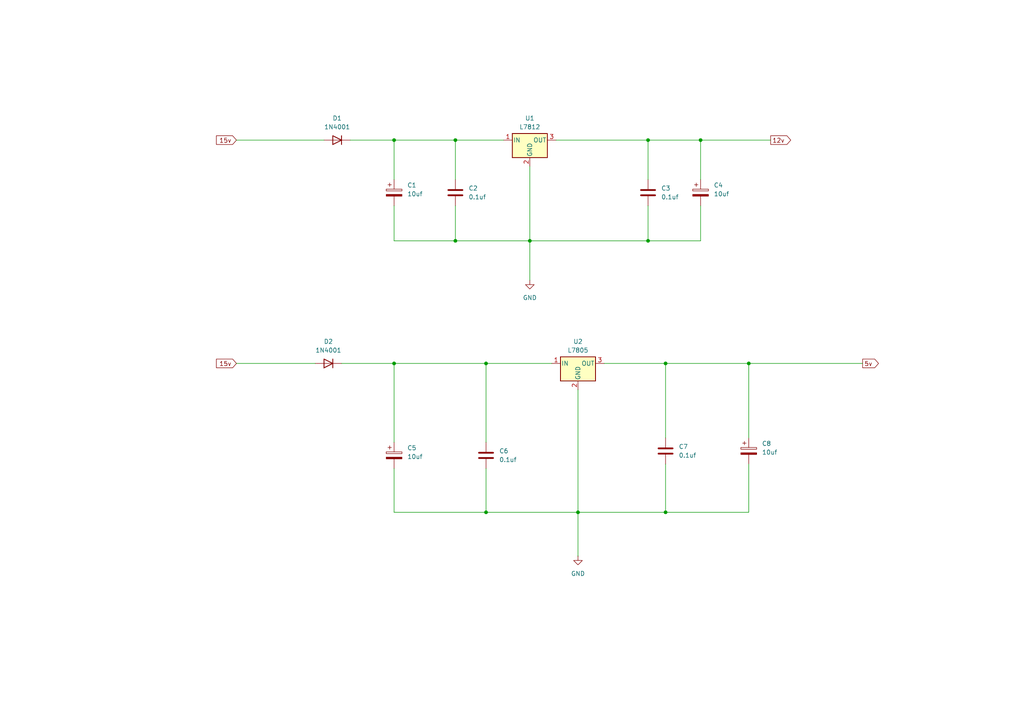
<source format=kicad_sch>
(kicad_sch (version 20250114) (generator "eeschema") (generator_version "9.0")
  (paper "A4")
  (lib_symbols
    (symbol "Device:C" (pin_numbers (hide yes)) (pin_names (offset 0.254))
      (property "Reference" "C" (at 0.635 2.54 0))
      (property "Value" "C" (at 0.635 -2.54 0))
      (symbol "C_0_1"
        (polyline (pts (xy -2.032 0.762) (xy 2.032 0.762)) (stroke (width 0.508)))
        (polyline (pts (xy -2.032 -0.762) (xy 2.032 -0.762)) (stroke (width 0.508)))
      )
      (symbol "C_1_1"
        (pin passive line (at 0 3.81 270) (length 2.794) (name "~") (number "1"))
        (pin passive line (at 0 -3.81 90) (length 2.794) (name "~") (number "2"))
      )
    )
    (symbol "Device:C_Polarized" (pin_numbers (hide yes)) (pin_names (offset 0.254))
      (property "Reference" "C" (at 0.635 2.54 0))
      (property "Value" "C_Polarized" (at 0.635 -2.54 0))
      (symbol "C_Polarized_0_1"
        (rectangle (start -2.286 0.508) (end 2.286 1.016))
        (polyline (pts (xy -1.778 2.286) (xy -0.762 2.286)))
        (polyline (pts (xy -1.27 2.794) (xy -1.27 1.778)))
        (rectangle (start 2.286 -0.508) (end -2.286 -1.016) (fill (type outline)))
      )
      (symbol "C_Polarized_1_1"
        (pin passive line (at 0 3.81 270) (length 2.794) (name "~") (number "1"))
        (pin passive line (at 0 -3.81 90) (length 2.794) (name "~") (number "2"))
      )
    )
    (symbol "Diode:1N4001" (pin_numbers (hide yes)) (pin_names (hide yes))
      (property "Reference" "D" (at 0 2.54 0))
      (property "Value" "1N4001" (at 0 -2.54 0))
      (symbol "1N4001_0_1"
        (polyline (pts (xy -1.27 1.27) (xy -1.27 -1.27)) (stroke (width 0.254)))
        (polyline (pts (xy 1.27 1.27) (xy 1.27 -1.27) (xy -1.27 0) (xy 1.27 1.27)) (stroke (width 0.254)))
        (polyline (pts (xy 1.27 0) (xy -1.27 0)))
      )
      (symbol "1N4001_1_1"
        (pin passive line (at -3.81 0 0) (length 2.54) (name "K") (number "1"))
        (pin passive line (at 3.81 0 180) (length 2.54) (name "A") (number "2"))
      )
    )
    (symbol "Regulator_Linear:L7805" (pin_names (offset 0.254))
      (property "Reference" "U" (at -3.81 3.175 0))
      (property "Value" "L7805" (at 0 3.175 0))
      (symbol "L7805_0_1"
        (rectangle (start -5.08 1.905) (end 5.08 -5.08) (stroke (width 0.254)) (fill (type background)))
      )
      (symbol "L7805_1_1"
        (pin power_in line (at -7.62 0 0) (length 2.54) (name "IN") (number "1"))
        (pin power_in line (at 0 -7.62 90) (length 2.54) (name "GND") (number "2"))
        (pin power_out line (at 7.62 0 180) (length 2.54) (name "OUT") (number "3"))
      )
    )
    (symbol "Regulator_Linear:L7812" (pin_names (offset 0.254))
      (property "Reference" "U" (at -3.81 3.175 0))
      (property "Value" "L7812" (at 0 3.175 0))
      (symbol "L7812_0_1"
        (rectangle (start -5.08 1.905) (end 5.08 -5.08) (stroke (width 0.254)) (fill (type background)))
      )
      (symbol "L7812_1_1"
        (pin power_in line (at -7.62 0 0) (length 2.54) (name "IN") (number "1"))
        (pin power_in line (at 0 -7.62 90) (length 2.54) (name "GND") (number "2"))
        (pin power_out line (at 7.62 0 180) (length 2.54) (name "OUT") (number "3"))
      )
    )
    (symbol "power:GND" (power) (pin_numbers (hide yes)) (pin_names (offset 0) (hide yes))
      (property "Value" "GND" (at 0 -3.81 0))
      (symbol "GND_0_1"
        (polyline (pts (xy 0 0) (xy 0 -1.27) (xy 1.27 -1.27) (xy 0 -2.54) (xy -1.27 -1.27) (xy 0 -1.27)))
      )
      (symbol "GND_1_1"
        (pin power_in line (at 0 0 270) (length 0) (name "~") (number "1"))
      )
    )
  )
  (junction (at 140.97 105.41))
  (junction (at 132.08 69.85))
  (junction (at 114.3 40.64))
  (junction (at 132.08 40.64))
  (junction (at 153.67 69.85))
  (junction (at 203.2 40.64))
  (junction (at 167.64 148.59))
  (junction (at 114.3 105.41))
  (junction (at 217.17 105.41))
  (junction (at 193.04 148.59))
  (junction (at 140.97 148.59))
  (junction (at 187.96 69.85))
  (junction (at 193.04 105.41))
  (junction (at 187.96 40.64))
  (wire (pts (xy 193.04 148.59) (xy 217.17 148.59)))
  (wire (pts (xy 167.64 161.29) (xy 167.64 148.59)))
  (wire (pts (xy 132.08 40.64) (xy 146.05 40.64)))
  (wire (pts (xy 187.96 40.64) (xy 203.2 40.64)))
  (wire (pts (xy 68.58 40.64) (xy 93.98 40.64)))
  (wire (pts (xy 132.08 40.64) (xy 132.08 52.07)))
  (wire (pts (xy 132.08 69.85) (xy 153.67 69.85)))
  (wire (pts (xy 187.96 59.69) (xy 187.96 69.85)))
  (wire (pts (xy 153.67 69.85) (xy 153.67 81.28)))
  (wire (pts (xy 187.96 69.85) (xy 203.2 69.85)))
  (wire (pts (xy 193.04 105.41) (xy 193.04 127)))
  (wire (pts (xy 153.67 48.26) (xy 153.67 69.85)))
  (wire (pts (xy 140.97 148.59) (xy 167.64 148.59)))
  (wire (pts (xy 68.58 105.41) (xy 91.44 105.41)))
  (wire (pts (xy 114.3 40.64) (xy 132.08 40.64)))
  (wire (pts (xy 217.17 127) (xy 217.17 105.41)))
  (wire (pts (xy 161.29 40.64) (xy 187.96 40.64)))
  (wire (pts (xy 187.96 40.64) (xy 187.96 52.07)))
  (wire (pts (xy 114.3 105.41) (xy 114.3 128.27)))
  (wire (pts (xy 175.26 105.41) (xy 193.04 105.41)))
  (wire (pts (xy 167.64 113.03) (xy 167.64 148.59)))
  (wire (pts (xy 114.3 40.64) (xy 114.3 52.07)))
  (wire (pts (xy 114.3 135.89) (xy 114.3 148.59)))
  (wire (pts (xy 132.08 59.69) (xy 132.08 69.85)))
  (wire (pts (xy 101.6 40.64) (xy 114.3 40.64)))
  (wire (pts (xy 114.3 69.85) (xy 132.08 69.85)))
  (wire (pts (xy 153.67 69.85) (xy 187.96 69.85)))
  (wire (pts (xy 114.3 148.59) (xy 140.97 148.59)))
  (wire (pts (xy 140.97 105.41) (xy 114.3 105.41)))
  (wire (pts (xy 193.04 134.62) (xy 193.04 148.59)))
  (wire (pts (xy 217.17 148.59) (xy 217.17 134.62)))
  (wire (pts (xy 203.2 40.64) (xy 203.2 52.07)))
  (wire (pts (xy 140.97 135.89) (xy 140.97 148.59)))
  (wire (pts (xy 203.2 69.85) (xy 203.2 59.69)))
  (wire (pts (xy 140.97 105.41) (xy 140.97 128.27)))
  (wire (pts (xy 140.97 105.41) (xy 160.02 105.41)))
  (wire (pts (xy 167.64 148.59) (xy 193.04 148.59)))
  (wire (pts (xy 114.3 59.69) (xy 114.3 69.85)))
  (wire (pts (xy 217.17 105.41) (xy 250.19 105.41)))
  (wire (pts (xy 217.17 105.41) (xy 193.04 105.41)))
  (wire (pts (xy 99.06 105.41) (xy 114.3 105.41)))
  (wire (pts (xy 203.2 40.64) (xy 223.52 40.64)))
  (global_label "12v" (shape output) (at 223.52 40.64 0) (property "Intersheetrefs" "${INTERSHEET_REFS}" (effects (hide yes))))
  (global_label "15v" (shape input) (at 68.58 105.41 180) (property "Intersheetrefs" "${INTERSHEET_REFS}" (effects (hide yes))))
  (global_label "15v" (shape input) (at 68.58 40.64 180) (property "Intersheetrefs" "${INTERSHEET_REFS}" (effects (hide yes))))
  (global_label "5v" (shape output) (at 250.19 105.41 0) (property "Intersheetrefs" "${INTERSHEET_REFS}" (effects (hide yes))))
  (symbol (lib_id "Regulator_Linear:L7805") (at 167.64 105.41 0) (unit 1)
    (property "Reference" "U2" (at 167.64 99.06 0))
    (property "Value" "L7805" (at 167.64 101.6 0))
    (property "Datasheet" "http://www.st.com/content/ccc/resource/technical/document/datasheet/41/4f/b3/b0/12/d4/47/88/CD00000444.pdf/files/CD00000444.pdf/jcr:content/translations/en.CD00000444.pdf" (effects (hide yes)))
    (property "Description" "Positive 1.5A 35V Linear Regulator, Fixed Output 5V, TO-220/TO-263/TO-252" (effects (hide yes)))
  )
  (symbol (lib_id "Regulator_Linear:L7812") (at 153.67 40.64 0) (unit 1)
    (property "Reference" "U1" (at 153.67 34.29 0))
    (property "Value" "L7812" (at 153.67 36.83 0))
    (property "Datasheet" "http://www.st.com/content/ccc/resource/technical/document/datasheet/41/4f/b3/b0/12/d4/47/88/CD00000444.pdf/files/CD00000444.pdf/jcr:content/translations/en.CD00000444.pdf" (effects (hide yes)))
    (property "Description" "Positive 1.5A 35V Linear Regulator, Fixed Output 12V, TO-220/TO-263/TO-252" (effects (hide yes)))
  )
  (symbol (lib_id "Diode:1N4001") (at 95.25 105.41 180) (unit 1)
    (property "Reference" "D2" (at 95.25 99.06 0))
    (property "Value" "1N4001" (at 95.25 101.6 0))
    (property "Footprint" "Diode_THT:D_DO-41_SOD81_P10.16mm_Horizontal" (effects (hide yes)))
    (property "Datasheet" "http://www.vishay.com/docs/88503/1n4001.pdf" (effects (hide yes)))
    (property "Description" "50V 1A General Purpose Rectifier Diode, DO-41" (effects (hide yes)))
    (property "Sim.Device" "D" (effects (hide yes)))
    (property "Sim.Pins" "1=K 2=A" (effects (hide yes)))
  )
  (symbol (lib_id "Device:C_Polarized") (at 114.3 132.08 0) (unit 1)
    (property "Reference" "C5" (at 118.11 129.9209 0) (effects (justify left)))
    (property "Value" "10uf" (at 118.11 132.4609 0) (effects (justify left)))
    (property "Description" "Polarized capacitor" (effects (hide yes)))
  )
  (symbol (lib_id "Device:C_Polarized") (at 203.2 55.88 0) (unit 1)
    (property "Reference" "C4" (at 207.01 53.7209 0) (effects (justify left)))
    (property "Value" "10uf" (at 207.01 56.2609 0) (effects (justify left)))
    (property "Description" "Polarized capacitor" (effects (hide yes)))
  )
  (symbol (lib_id "Device:C") (at 140.97 132.08 0) (unit 1)
    (property "Reference" "C6" (at 144.78 130.8099 0) (effects (justify left)))
    (property "Value" "0.1uf" (at 144.78 133.3499 0) (effects (justify left)))
    (property "Description" "Unpolarized capacitor" (effects (hide yes)))
  )
  (symbol (lib_id "Device:C") (at 187.96 55.88 0) (unit 1)
    (property "Reference" "C3" (at 191.77 54.6099 0) (effects (justify left)))
    (property "Value" "0.1uf" (at 191.77 57.1499 0) (effects (justify left)))
    (property "Description" "Unpolarized capacitor" (effects (hide yes)))
  )
  (symbol (lib_id "power:GND") (at 153.67 81.28 0) (unit 1)
    (property "Reference" "#PWR01" (effects (hide yes)))
    (property "Value" "GND" (at 153.67 86.36 0))
    (property "Description" "Power symbol creates a global label with name \"GND\" , ground" (effects (hide yes)))
  )
  (symbol (lib_id "Device:C_Polarized") (at 217.17 130.81 0) (unit 1)
    (property "Reference" "C8" (at 220.98 128.6509 0) (effects (justify left)))
    (property "Value" "10uf" (at 220.98 131.1909 0) (effects (justify left)))
    (property "Description" "Polarized capacitor" (effects (hide yes)))
  )
  (symbol (lib_id "Diode:1N4001") (at 97.79 40.64 180) (unit 1)
    (property "Reference" "D1" (at 97.79 34.29 0))
    (property "Value" "1N4001" (at 97.79 36.83 0))
    (property "Footprint" "Diode_THT:D_DO-41_SOD81_P10.16mm_Horizontal" (effects (hide yes)))
    (property "Datasheet" "http://www.vishay.com/docs/88503/1n4001.pdf" (effects (hide yes)))
    (property "Description" "50V 1A General Purpose Rectifier Diode, DO-41" (effects (hide yes)))
    (property "Sim.Device" "D" (effects (hide yes)))
    (property "Sim.Pins" "1=K 2=A" (effects (hide yes)))
  )
  (symbol (lib_id "power:GND") (at 167.64 161.29 0) (unit 1)
    (property "Reference" "#PWR02" (effects (hide yes)))
    (property "Value" "GND" (at 167.64 166.37 0))
    (property "Description" "Power symbol creates a global label with name \"GND\" , ground" (effects (hide yes)))
  )
  (symbol (lib_id "Device:C") (at 193.04 130.81 0) (unit 1)
    (property "Reference" "C7" (at 196.85 129.5399 0) (effects (justify left)))
    (property "Value" "0.1uf" (at 196.85 132.0799 0) (effects (justify left)))
    (property "Description" "Unpolarized capacitor" (effects (hide yes)))
  )
  (symbol (lib_id "Device:C_Polarized") (at 114.3 55.88 0) (unit 1)
    (property "Reference" "C1" (at 118.11 53.7209 0) (effects (justify left)))
    (property "Value" "10uf" (at 118.11 56.2609 0) (effects (justify left)))
    (property "Description" "Polarized capacitor" (effects (hide yes)))
  )
  (symbol (lib_id "Device:C") (at 132.08 55.88 0) (unit 1)
    (property "Reference" "C2" (at 135.89 54.6099 0) (effects (justify left)))
    (property "Value" "0.1uf" (at 135.89 57.1499 0) (effects (justify left)))
    (property "Description" "Unpolarized capacitor" (effects (hide yes)))
  )
)
</source>
